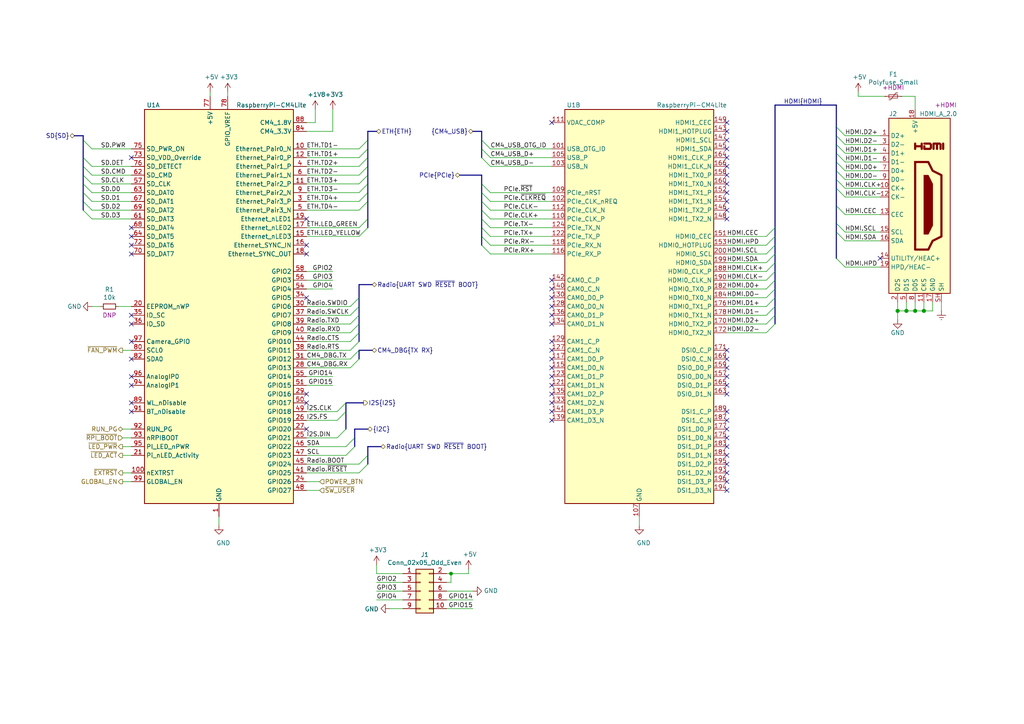
<source format=kicad_sch>
(kicad_sch (version 20210123) (generator eeschema)
  (paper "A4")
  (title_block (title "Compute Module 4") (date "2021-01-12") (rev "0.1") (company "Nabu Casa") (comment 1 "www.nabucasa.com") (comment 2 "Light Blue"))
  (bus_alias "PCIe" (members "~RST" "~CLKREQ" "CLK+" "CLK-" "TX+" "TX-" "RX+" "RX-"))
  (bus_alias "SD" (members "D[0..3]" "CMD" "CLK" "PWR" "DET"))
  (bus_alias "UART" (members "TXD" "RXD" "CTS" "RTS"))
  (bus_alias "HDMI" (members "D0+" "D0-" "D1+" "D1-" "D2+" "D2-" "CLK+" "CLK-" "CEC" "HPD" "SDA" "SCL"))
  (junction (at 130.81 166.37) (diameter 0.9144))
  (junction (at 260.35 90.17) (diameter 1.016))
  (junction (at 262.89 90.17) (diameter 1.016))
  (junction (at 265.43 90.17) (diameter 1.016))
  (junction (at 267.97 90.17) (diameter 1.016))
  (no_connect (at 38.1 45.72))
  (no_connect (at 38.1 66.04))
  (no_connect (at 38.1 68.58))
  (no_connect (at 38.1 71.12))
  (no_connect (at 38.1 73.66))
  (no_connect (at 38.1 91.44))
  (no_connect (at 38.1 93.98))
  (no_connect (at 38.1 99.06))
  (no_connect (at 38.1 104.14))
  (no_connect (at 38.1 109.22))
  (no_connect (at 38.1 111.76))
  (no_connect (at 38.1 116.84))
  (no_connect (at 38.1 119.38))
  (no_connect (at 88.9 63.5))
  (no_connect (at 88.9 71.12))
  (no_connect (at 88.9 73.66))
  (no_connect (at 88.9 86.36))
  (no_connect (at 88.9 114.3))
  (no_connect (at 88.9 116.84))
  (no_connect (at 88.9 124.46))
  (no_connect (at 160.02 35.56))
  (no_connect (at 160.02 81.28))
  (no_connect (at 160.02 83.82))
  (no_connect (at 160.02 86.36))
  (no_connect (at 160.02 88.9))
  (no_connect (at 160.02 91.44))
  (no_connect (at 160.02 93.98))
  (no_connect (at 160.02 99.06))
  (no_connect (at 160.02 101.6))
  (no_connect (at 160.02 104.14))
  (no_connect (at 160.02 106.68))
  (no_connect (at 160.02 109.22))
  (no_connect (at 160.02 111.76))
  (no_connect (at 160.02 114.3))
  (no_connect (at 160.02 116.84))
  (no_connect (at 160.02 119.38))
  (no_connect (at 160.02 121.92))
  (no_connect (at 210.82 35.56))
  (no_connect (at 210.82 38.1))
  (no_connect (at 210.82 40.64))
  (no_connect (at 210.82 43.18))
  (no_connect (at 210.82 45.72))
  (no_connect (at 210.82 48.26))
  (no_connect (at 210.82 50.8))
  (no_connect (at 210.82 53.34))
  (no_connect (at 210.82 55.88))
  (no_connect (at 210.82 58.42))
  (no_connect (at 210.82 60.96))
  (no_connect (at 210.82 63.5))
  (no_connect (at 210.82 101.6))
  (no_connect (at 210.82 104.14))
  (no_connect (at 210.82 106.68))
  (no_connect (at 210.82 109.22))
  (no_connect (at 210.82 111.76))
  (no_connect (at 210.82 114.3))
  (no_connect (at 210.82 119.38))
  (no_connect (at 210.82 121.92))
  (no_connect (at 210.82 124.46))
  (no_connect (at 210.82 127))
  (no_connect (at 210.82 129.54))
  (no_connect (at 210.82 132.08))
  (no_connect (at 210.82 134.62))
  (no_connect (at 210.82 137.16))
  (no_connect (at 210.82 139.7))
  (no_connect (at 210.82 142.24))
  (no_connect (at 255.27 74.93))
  (bus_entry (at 24.13 40.64) (size 2.54 2.54) (stroke (width 0.1524)))
  (bus_entry (at 24.13 45.72) (size 2.54 2.54) (stroke (width 0.1524)))
  (bus_entry (at 24.13 48.26) (size 2.54 2.54) (stroke (width 0.1524)))
  (bus_entry (at 24.13 50.8) (size 2.54 2.54) (stroke (width 0.1524)))
  (bus_entry (at 24.13 53.34) (size 2.54 2.54) (stroke (width 0.1524)))
  (bus_entry (at 24.13 55.88) (size 2.54 2.54) (stroke (width 0.1524)))
  (bus_entry (at 24.13 58.42) (size 2.54 2.54) (stroke (width 0.1524)))
  (bus_entry (at 24.13 60.96) (size 2.54 2.54) (stroke (width 0.1524)))
  (bus_entry (at 100.33 116.84) (size -2.54 2.54) (stroke (width 0.1524)))
  (bus_entry (at 100.33 119.38) (size -2.54 2.54) (stroke (width 0.1524)))
  (bus_entry (at 100.33 124.46) (size -2.54 2.54) (stroke (width 0.1524)))
  (bus_entry (at 102.87 127) (size -2.54 2.54) (stroke (width 0.1524)))
  (bus_entry (at 102.87 129.54) (size -2.54 2.54) (stroke (width 0.1524)))
  (bus_entry (at 104.14 43.18) (size 2.54 -2.54) (stroke (width 0.1524)))
  (bus_entry (at 104.14 45.72) (size 2.54 -2.54) (stroke (width 0.1524)))
  (bus_entry (at 104.14 48.26) (size 2.54 -2.54) (stroke (width 0.1524)))
  (bus_entry (at 104.14 50.8) (size 2.54 -2.54) (stroke (width 0.1524)))
  (bus_entry (at 104.14 53.34) (size 2.54 -2.54) (stroke (width 0.1524)))
  (bus_entry (at 104.14 55.88) (size 2.54 -2.54) (stroke (width 0.1524)))
  (bus_entry (at 104.14 58.42) (size 2.54 -2.54) (stroke (width 0.1524)))
  (bus_entry (at 104.14 60.96) (size 2.54 -2.54) (stroke (width 0.1524)))
  (bus_entry (at 104.14 66.04) (size 2.54 -2.54) (stroke (width 0.1524)))
  (bus_entry (at 104.14 68.58) (size 2.54 -2.54) (stroke (width 0.1524)))
  (bus_entry (at 104.14 86.36) (size -2.54 2.54) (stroke (width 0.1524)))
  (bus_entry (at 104.14 88.9) (size -2.54 2.54) (stroke (width 0.1524)))
  (bus_entry (at 104.14 91.44) (size -2.54 2.54) (stroke (width 0.1524)))
  (bus_entry (at 104.14 93.98) (size -2.54 2.54) (stroke (width 0.1524)))
  (bus_entry (at 104.14 96.52) (size -2.54 2.54) (stroke (width 0.1524)))
  (bus_entry (at 104.14 99.06) (size -2.54 2.54) (stroke (width 0.1524)))
  (bus_entry (at 104.14 101.6) (size -2.54 2.54) (stroke (width 0.1524)))
  (bus_entry (at 104.14 104.14) (size -2.54 2.54) (stroke (width 0.1524)))
  (bus_entry (at 106.68 132.08) (size -2.54 2.54) (stroke (width 0.1524)))
  (bus_entry (at 106.68 134.62) (size -2.54 2.54) (stroke (width 0.1524)))
  (bus_entry (at 139.7 40.64) (size 2.54 2.54) (stroke (width 0.1524)))
  (bus_entry (at 139.7 43.18) (size 2.54 2.54) (stroke (width 0.1524)))
  (bus_entry (at 139.7 45.72) (size 2.54 2.54) (stroke (width 0.1524)))
  (bus_entry (at 139.7 53.34) (size 2.54 2.54) (stroke (width 0.1524)))
  (bus_entry (at 139.7 55.88) (size 2.54 2.54) (stroke (width 0.1524)))
  (bus_entry (at 139.7 58.42) (size 2.54 2.54) (stroke (width 0.1524)))
  (bus_entry (at 139.7 60.96) (size 2.54 2.54) (stroke (width 0.1524)))
  (bus_entry (at 139.7 63.5) (size 2.54 2.54) (stroke (width 0.1524)))
  (bus_entry (at 139.7 66.04) (size 2.54 2.54) (stroke (width 0.1524)))
  (bus_entry (at 139.7 68.58) (size 2.54 2.54) (stroke (width 0.1524)))
  (bus_entry (at 139.7 71.12) (size 2.54 2.54) (stroke (width 0.1524)))
  (bus_entry (at 224.79 66.04) (size -2.54 2.54) (stroke (width 0.1524)))
  (bus_entry (at 224.79 68.58) (size -2.54 2.54) (stroke (width 0.1524)))
  (bus_entry (at 224.79 71.12) (size -2.54 2.54) (stroke (width 0.1524)))
  (bus_entry (at 224.79 73.66) (size -2.54 2.54) (stroke (width 0.1524)))
  (bus_entry (at 224.79 76.2) (size -2.54 2.54) (stroke (width 0.1524)))
  (bus_entry (at 224.79 78.74) (size -2.54 2.54) (stroke (width 0.1524)))
  (bus_entry (at 224.79 81.28) (size -2.54 2.54) (stroke (width 0.1524)))
  (bus_entry (at 224.79 83.82) (size -2.54 2.54) (stroke (width 0.1524)))
  (bus_entry (at 224.79 86.36) (size -2.54 2.54) (stroke (width 0.1524)))
  (bus_entry (at 224.79 88.9) (size -2.54 2.54) (stroke (width 0.1524)))
  (bus_entry (at 224.79 91.44) (size -2.54 2.54) (stroke (width 0.1524)))
  (bus_entry (at 224.79 93.98) (size -2.54 2.54) (stroke (width 0.1524)))
  (bus_entry (at 242.57 36.83) (size 2.54 2.54) (stroke (width 0.1524)))
  (bus_entry (at 242.57 39.37) (size 2.54 2.54) (stroke (width 0.1524)))
  (bus_entry (at 242.57 41.91) (size 2.54 2.54) (stroke (width 0.1524)))
  (bus_entry (at 242.57 44.45) (size 2.54 2.54) (stroke (width 0.1524)))
  (bus_entry (at 242.57 46.99) (size 2.54 2.54) (stroke (width 0.1524)))
  (bus_entry (at 242.57 49.53) (size 2.54 2.54) (stroke (width 0.1524)))
  (bus_entry (at 242.57 52.07) (size 2.54 2.54) (stroke (width 0.1524)))
  (bus_entry (at 242.57 54.61) (size 2.54 2.54) (stroke (width 0.1524)))
  (bus_entry (at 242.57 59.69) (size 2.54 2.54) (stroke (width 0.1524)))
  (bus_entry (at 242.57 64.77) (size 2.54 2.54) (stroke (width 0.1524)))
  (bus_entry (at 242.57 67.31) (size 2.54 2.54) (stroke (width 0.1524)))
  (bus_entry (at 242.57 74.93) (size 2.54 2.54) (stroke (width 0.1524)))
  (wire (pts (xy 26.67 43.18) (xy 38.1 43.18)))
  (wire (pts (xy 26.67 48.26) (xy 38.1 48.26)))
  (wire (pts (xy 26.67 50.8) (xy 38.1 50.8)))
  (wire (pts (xy 26.67 53.34) (xy 38.1 53.34)))
  (wire (pts (xy 26.67 55.88) (xy 38.1 55.88)))
  (wire (pts (xy 26.67 58.42) (xy 38.1 58.42)))
  (wire (pts (xy 26.67 60.96) (xy 38.1 60.96)))
  (wire (pts (xy 26.67 63.5) (xy 38.1 63.5)))
  (wire (pts (xy 26.67 88.9) (xy 29.21 88.9)))
  (wire (pts (xy 34.29 88.9) (xy 38.1 88.9)))
  (wire (pts (xy 35.56 101.6) (xy 38.1 101.6)))
  (wire (pts (xy 35.56 124.46) (xy 38.1 124.46)))
  (wire (pts (xy 35.56 127) (xy 38.1 127)))
  (wire (pts (xy 35.56 129.54) (xy 38.1 129.54)))
  (wire (pts (xy 35.56 132.08) (xy 38.1 132.08)))
  (wire (pts (xy 35.56 137.16) (xy 38.1 137.16)))
  (wire (pts (xy 35.56 139.7) (xy 38.1 139.7)))
  (wire (pts (xy 60.96 26.67) (xy 60.96 27.94)))
  (wire (pts (xy 63.5 149.86) (xy 63.5 152.4)))
  (wire (pts (xy 66.04 26.67) (xy 66.04 27.94)))
  (wire (pts (xy 88.9 35.56) (xy 91.44 35.56)))
  (wire (pts (xy 88.9 38.1) (xy 96.52 38.1)))
  (wire (pts (xy 88.9 43.18) (xy 104.14 43.18)))
  (wire (pts (xy 88.9 45.72) (xy 104.14 45.72)))
  (wire (pts (xy 88.9 48.26) (xy 104.14 48.26)))
  (wire (pts (xy 88.9 50.8) (xy 104.14 50.8)))
  (wire (pts (xy 88.9 53.34) (xy 104.14 53.34)))
  (wire (pts (xy 88.9 55.88) (xy 104.14 55.88)))
  (wire (pts (xy 88.9 58.42) (xy 104.14 58.42)))
  (wire (pts (xy 88.9 60.96) (xy 104.14 60.96)))
  (wire (pts (xy 88.9 66.04) (xy 104.14 66.04)))
  (wire (pts (xy 88.9 68.58) (xy 104.14 68.58)))
  (wire (pts (xy 88.9 88.9) (xy 101.6 88.9)))
  (wire (pts (xy 88.9 91.44) (xy 101.6 91.44)))
  (wire (pts (xy 88.9 93.98) (xy 101.6 93.98)))
  (wire (pts (xy 88.9 96.52) (xy 101.6 96.52)))
  (wire (pts (xy 88.9 99.06) (xy 101.6 99.06)))
  (wire (pts (xy 88.9 101.6) (xy 101.6 101.6)))
  (wire (pts (xy 88.9 104.14) (xy 101.6 104.14)))
  (wire (pts (xy 88.9 106.68) (xy 101.6 106.68)))
  (wire (pts (xy 88.9 109.22) (xy 96.52 109.22)))
  (wire (pts (xy 88.9 111.76) (xy 96.52 111.76)))
  (wire (pts (xy 88.9 119.38) (xy 97.79 119.38)))
  (wire (pts (xy 88.9 121.92) (xy 97.79 121.92)))
  (wire (pts (xy 88.9 127) (xy 97.79 127)))
  (wire (pts (xy 88.9 129.54) (xy 100.33 129.54)))
  (wire (pts (xy 88.9 132.08) (xy 100.33 132.08)))
  (wire (pts (xy 88.9 134.62) (xy 104.14 134.62)))
  (wire (pts (xy 88.9 137.16) (xy 104.14 137.16)))
  (wire (pts (xy 88.9 139.7) (xy 92.71 139.7)))
  (wire (pts (xy 88.9 142.24) (xy 92.71 142.24)))
  (wire (pts (xy 91.44 35.56) (xy 91.44 31.75)))
  (wire (pts (xy 96.52 38.1) (xy 96.52 31.75)))
  (wire (pts (xy 96.52 78.74) (xy 88.9 78.74)))
  (wire (pts (xy 96.52 81.28) (xy 88.9 81.28)))
  (wire (pts (xy 96.52 83.82) (xy 88.9 83.82)))
  (wire (pts (xy 109.22 166.37) (xy 109.22 163.83)))
  (wire (pts (xy 109.22 168.91) (xy 116.84 168.91)))
  (wire (pts (xy 109.22 171.45) (xy 116.84 171.45)))
  (wire (pts (xy 109.22 173.99) (xy 116.84 173.99)))
  (wire (pts (xy 113.03 176.53) (xy 116.84 176.53)))
  (wire (pts (xy 116.84 166.37) (xy 109.22 166.37)))
  (wire (pts (xy 129.54 166.37) (xy 130.81 166.37)))
  (wire (pts (xy 129.54 168.91) (xy 130.81 168.91)))
  (wire (pts (xy 129.54 171.45) (xy 137.16 171.45)))
  (wire (pts (xy 129.54 173.99) (xy 137.16 173.99)))
  (wire (pts (xy 129.54 176.53) (xy 137.16 176.53)))
  (wire (pts (xy 130.81 166.37) (xy 135.89 166.37)))
  (wire (pts (xy 130.81 168.91) (xy 130.81 166.37)))
  (wire (pts (xy 135.89 166.37) (xy 135.89 165.1)))
  (wire (pts (xy 142.24 43.18) (xy 160.02 43.18)))
  (wire (pts (xy 142.24 45.72) (xy 160.02 45.72)))
  (wire (pts (xy 142.24 48.26) (xy 160.02 48.26)))
  (wire (pts (xy 142.24 55.88) (xy 160.02 55.88)))
  (wire (pts (xy 142.24 58.42) (xy 160.02 58.42)))
  (wire (pts (xy 142.24 60.96) (xy 160.02 60.96)))
  (wire (pts (xy 142.24 63.5) (xy 160.02 63.5)))
  (wire (pts (xy 142.24 66.04) (xy 160.02 66.04)))
  (wire (pts (xy 142.24 68.58) (xy 160.02 68.58)))
  (wire (pts (xy 142.24 71.12) (xy 160.02 71.12)))
  (wire (pts (xy 142.24 73.66) (xy 160.02 73.66)))
  (wire (pts (xy 185.42 149.86) (xy 185.42 152.4)))
  (wire (pts (xy 210.82 68.58) (xy 222.25 68.58)))
  (wire (pts (xy 210.82 71.12) (xy 222.25 71.12)))
  (wire (pts (xy 210.82 73.66) (xy 222.25 73.66)))
  (wire (pts (xy 210.82 76.2) (xy 222.25 76.2)))
  (wire (pts (xy 210.82 78.74) (xy 222.25 78.74)))
  (wire (pts (xy 210.82 81.28) (xy 222.25 81.28)))
  (wire (pts (xy 210.82 83.82) (xy 222.25 83.82)))
  (wire (pts (xy 210.82 86.36) (xy 222.25 86.36)))
  (wire (pts (xy 210.82 88.9) (xy 222.25 88.9)))
  (wire (pts (xy 210.82 91.44) (xy 222.25 91.44)))
  (wire (pts (xy 210.82 93.98) (xy 222.25 93.98)))
  (wire (pts (xy 210.82 96.52) (xy 222.25 96.52)))
  (wire (pts (xy 245.11 39.37) (xy 255.27 39.37)))
  (wire (pts (xy 245.11 41.91) (xy 255.27 41.91)))
  (wire (pts (xy 245.11 44.45) (xy 255.27 44.45)))
  (wire (pts (xy 245.11 46.99) (xy 255.27 46.99)))
  (wire (pts (xy 245.11 49.53) (xy 255.27 49.53)))
  (wire (pts (xy 245.11 52.07) (xy 255.27 52.07)))
  (wire (pts (xy 245.11 54.61) (xy 255.27 54.61)))
  (wire (pts (xy 245.11 57.15) (xy 255.27 57.15)))
  (wire (pts (xy 245.11 62.23) (xy 255.27 62.23)))
  (wire (pts (xy 245.11 67.31) (xy 255.27 67.31)))
  (wire (pts (xy 245.11 69.85) (xy 255.27 69.85)))
  (wire (pts (xy 245.11 77.47) (xy 255.27 77.47)))
  (wire (pts (xy 248.92 27.94) (xy 248.92 26.67)))
  (wire (pts (xy 256.54 27.94) (xy 248.92 27.94)))
  (wire (pts (xy 260.35 87.63) (xy 260.35 90.17)))
  (wire (pts (xy 260.35 90.17) (xy 260.35 92.71)))
  (wire (pts (xy 260.35 90.17) (xy 262.89 90.17)))
  (wire (pts (xy 262.89 90.17) (xy 262.89 87.63)))
  (wire (pts (xy 262.89 90.17) (xy 265.43 90.17)))
  (wire (pts (xy 265.43 27.94) (xy 261.62 27.94)))
  (wire (pts (xy 265.43 31.75) (xy 265.43 27.94)))
  (wire (pts (xy 265.43 90.17) (xy 265.43 87.63)))
  (wire (pts (xy 265.43 90.17) (xy 267.97 90.17)))
  (wire (pts (xy 267.97 90.17) (xy 267.97 87.63)))
  (wire (pts (xy 267.97 90.17) (xy 270.51 90.17)))
  (wire (pts (xy 270.51 90.17) (xy 270.51 87.63)))
  (wire (pts (xy 273.05 90.17) (xy 273.05 87.63)))
  (bus (pts (xy 21.59 39.37) (xy 24.13 39.37)))
  (bus (pts (xy 24.13 40.64) (xy 24.13 39.37)))
  (bus (pts (xy 24.13 45.72) (xy 24.13 40.64)))
  (bus (pts (xy 24.13 48.26) (xy 24.13 45.72)))
  (bus (pts (xy 24.13 50.8) (xy 24.13 48.26)))
  (bus (pts (xy 24.13 53.34) (xy 24.13 50.8)))
  (bus (pts (xy 24.13 55.88) (xy 24.13 53.34)))
  (bus (pts (xy 24.13 58.42) (xy 24.13 55.88)))
  (bus (pts (xy 24.13 60.96) (xy 24.13 58.42)))
  (bus (pts (xy 100.33 116.84) (xy 100.33 119.38)))
  (bus (pts (xy 100.33 119.38) (xy 100.33 124.46)))
  (bus (pts (xy 102.87 124.46) (xy 102.87 127)))
  (bus (pts (xy 102.87 127) (xy 102.87 129.54)))
  (bus (pts (xy 104.14 82.55) (xy 104.14 86.36)))
  (bus (pts (xy 104.14 86.36) (xy 104.14 88.9)))
  (bus (pts (xy 104.14 88.9) (xy 104.14 91.44)))
  (bus (pts (xy 104.14 91.44) (xy 104.14 93.98)))
  (bus (pts (xy 104.14 93.98) (xy 104.14 96.52)))
  (bus (pts (xy 104.14 96.52) (xy 104.14 99.06)))
  (bus (pts (xy 104.14 101.6) (xy 107.95 101.6)))
  (bus (pts (xy 104.14 104.14) (xy 104.14 101.6)))
  (bus (pts (xy 105.41 116.84) (xy 100.33 116.84)))
  (bus (pts (xy 106.68 38.1) (xy 109.22 38.1)))
  (bus (pts (xy 106.68 40.64) (xy 106.68 38.1)))
  (bus (pts (xy 106.68 43.18) (xy 106.68 40.64)))
  (bus (pts (xy 106.68 45.72) (xy 106.68 43.18)))
  (bus (pts (xy 106.68 48.26) (xy 106.68 45.72)))
  (bus (pts (xy 106.68 50.8) (xy 106.68 48.26)))
  (bus (pts (xy 106.68 53.34) (xy 106.68 50.8)))
  (bus (pts (xy 106.68 55.88) (xy 106.68 53.34)))
  (bus (pts (xy 106.68 58.42) (xy 106.68 55.88)))
  (bus (pts (xy 106.68 63.5) (xy 106.68 58.42)))
  (bus (pts (xy 106.68 66.04) (xy 106.68 63.5)))
  (bus (pts (xy 106.68 124.46) (xy 102.87 124.46)))
  (bus (pts (xy 106.68 129.54) (xy 106.68 132.08)))
  (bus (pts (xy 106.68 132.08) (xy 106.68 134.62)))
  (bus (pts (xy 107.95 82.55) (xy 104.14 82.55)))
  (bus (pts (xy 110.49 129.54) (xy 106.68 129.54)))
  (bus (pts (xy 133.35 50.8) (xy 139.7 50.8)))
  (bus (pts (xy 137.16 38.1) (xy 139.7 38.1)))
  (bus (pts (xy 139.7 40.64) (xy 139.7 38.1)))
  (bus (pts (xy 139.7 40.64) (xy 139.7 43.18)))
  (bus (pts (xy 139.7 43.18) (xy 139.7 45.72)))
  (bus (pts (xy 139.7 53.34) (xy 139.7 50.8)))
  (bus (pts (xy 139.7 53.34) (xy 139.7 55.88)))
  (bus (pts (xy 139.7 55.88) (xy 139.7 58.42)))
  (bus (pts (xy 139.7 58.42) (xy 139.7 60.96)))
  (bus (pts (xy 139.7 60.96) (xy 139.7 63.5)))
  (bus (pts (xy 139.7 63.5) (xy 139.7 66.04)))
  (bus (pts (xy 139.7 66.04) (xy 139.7 68.58)))
  (bus (pts (xy 139.7 68.58) (xy 139.7 71.12)))
  (bus (pts (xy 224.79 30.48) (xy 224.79 66.04)))
  (bus (pts (xy 224.79 66.04) (xy 224.79 68.58)))
  (bus (pts (xy 224.79 68.58) (xy 224.79 71.12)))
  (bus (pts (xy 224.79 71.12) (xy 224.79 73.66)))
  (bus (pts (xy 224.79 73.66) (xy 224.79 76.2)))
  (bus (pts (xy 224.79 76.2) (xy 224.79 78.74)))
  (bus (pts (xy 224.79 78.74) (xy 224.79 81.28)))
  (bus (pts (xy 224.79 81.28) (xy 224.79 83.82)))
  (bus (pts (xy 224.79 83.82) (xy 224.79 86.36)))
  (bus (pts (xy 224.79 86.36) (xy 224.79 88.9)))
  (bus (pts (xy 224.79 88.9) (xy 224.79 91.44)))
  (bus (pts (xy 224.79 91.44) (xy 224.79 93.98)))
  (bus (pts (xy 242.57 30.48) (xy 224.79 30.48)))
  (bus (pts (xy 242.57 36.83) (xy 242.57 30.48)))
  (bus (pts (xy 242.57 39.37) (xy 242.57 36.83)))
  (bus (pts (xy 242.57 41.91) (xy 242.57 39.37)))
  (bus (pts (xy 242.57 44.45) (xy 242.57 41.91)))
  (bus (pts (xy 242.57 46.99) (xy 242.57 44.45)))
  (bus (pts (xy 242.57 49.53) (xy 242.57 46.99)))
  (bus (pts (xy 242.57 52.07) (xy 242.57 49.53)))
  (bus (pts (xy 242.57 54.61) (xy 242.57 52.07)))
  (bus (pts (xy 242.57 59.69) (xy 242.57 54.61)))
  (bus (pts (xy 242.57 64.77) (xy 242.57 59.69)))
  (bus (pts (xy 242.57 67.31) (xy 242.57 64.77)))
  (bus (pts (xy 242.57 74.93) (xy 242.57 67.31)))
  (label "SD.PWR" (at 29.21 43.18 0))
  (label "SD.DET" (at 29.21 48.26 0))
  (label "SD.CMD" (at 29.21 50.8 0))
  (label "SD.CLK" (at 29.21 53.34 0))
  (label "SD.D0" (at 29.21 55.88 0))
  (label "SD.D1" (at 29.21 58.42 0))
  (label "SD.D2" (at 29.21 60.96 0))
  (label "SD.D3" (at 29.21 63.5 0))
  (label "ETH.TD1-" (at 88.9 43.18 0))
  (label "ETH.TD1+" (at 88.9 45.72 0))
  (label "ETH.TD2+" (at 88.9 48.26 0))
  (label "ETH.TD2-" (at 88.9 50.8 0))
  (label "ETH.TD3+" (at 88.9 53.34 0))
  (label "ETH.TD3-" (at 88.9 55.88 0))
  (label "ETH.TD4+" (at 88.9 58.42 0))
  (label "ETH.TD4-" (at 88.9 60.96 0))
  (label "ETH.LED_GREEN" (at 88.9 66.04 0))
  (label "ETH.LED_YELLOW" (at 88.9 68.58 0))
  (label "Radio.SWDIO" (at 88.9 88.9 0))
  (label "Radio.SWCLK" (at 88.9 91.44 0))
  (label "Radio.TXD" (at 88.9 93.98 0))
  (label "Radio.RXD" (at 88.9 96.52 0))
  (label "Radio.CTS" (at 88.9 99.06 0))
  (label "Radio.RTS" (at 88.9 101.6 0))
  (label "CM4_DBG.TX" (at 88.9 104.14 0))
  (label "CM4_DBG.RX" (at 88.9 106.68 0))
  (label "I2S.CLK" (at 88.9 119.38 0))
  (label "I2S.FS" (at 88.9 121.92 0))
  (label "I2S.DIN" (at 88.9 127 0))
  (label "Radio.BOOT" (at 88.9 134.62 0))
  (label "Radio.~RESET" (at 88.9 137.16 0))
  (label "SDA" (at 92.71 129.54 180))
  (label "SCL" (at 92.71 132.08 180))
  (label "GPIO2" (at 96.52 78.74 180))
  (label "GPIO3" (at 96.52 81.28 180))
  (label "GPIO4" (at 96.52 83.82 180))
  (label "GPIO14" (at 96.52 109.22 180))
  (label "GPIO15" (at 96.52 111.76 180))
  (label "GPIO2" (at 109.22 168.91 0))
  (label "GPIO3" (at 109.22 171.45 0))
  (label "GPIO4" (at 109.22 173.99 0))
  (label "GPIO14" (at 137.16 173.99 180))
  (label "GPIO15" (at 137.16 176.53 180))
  (label "CM4_USB_OTG_ID" (at 142.24 43.18 0))
  (label "CM4_USB_D+" (at 142.24 45.72 0))
  (label "CM4_USB_D-" (at 142.24 48.26 0))
  (label "PCIe.~RST" (at 146.05 55.88 0))
  (label "PCIe.~CLKREQ" (at 146.05 58.42 0))
  (label "PCIe.CLK-" (at 146.05 60.96 0))
  (label "PCIe.CLK+" (at 146.05 63.5 0))
  (label "PCIe.TX-" (at 146.05 66.04 0))
  (label "PCIe.TX+" (at 146.05 68.58 0))
  (label "PCIe.RX-" (at 146.05 71.12 0))
  (label "PCIe.RX+" (at 146.05 73.66 0))
  (label "HDMI.CEC" (at 210.82 68.58 0))
  (label "HDMI.HPD" (at 210.82 71.12 0))
  (label "HDMI.SCL" (at 210.82 73.66 0))
  (label "HDMI.SDA" (at 210.82 76.2 0))
  (label "HDMI.CLK+" (at 210.82 78.74 0))
  (label "HDMI.CLK-" (at 210.82 81.28 0))
  (label "HDMI.D0+" (at 210.82 83.82 0))
  (label "HDMI.D0-" (at 210.82 86.36 0))
  (label "HDMI.D1+" (at 210.82 88.9 0))
  (label "HDMI.D1-" (at 210.82 91.44 0))
  (label "HDMI.D2+" (at 210.82 93.98 0))
  (label "HDMI.D2-" (at 210.82 96.52 0))
  (label "HDMI{HDMI}" (at 227.33 30.48 0))
  (label "HDMI.D2+" (at 245.11 39.37 0))
  (label "HDMI.D2-" (at 245.11 41.91 0))
  (label "HDMI.D1+" (at 245.11 44.45 0))
  (label "HDMI.D1-" (at 245.11 46.99 0))
  (label "HDMI.D0+" (at 245.11 49.53 0))
  (label "HDMI.D0-" (at 245.11 52.07 0))
  (label "HDMI.CLK+" (at 245.11 54.61 0))
  (label "HDMI.CLK-" (at 245.11 57.15 0))
  (label "HDMI.CEC" (at 245.11 62.23 0))
  (label "HDMI.SCL" (at 245.11 67.31 0))
  (label "HDMI.SDA" (at 245.11 69.85 0))
  (label "HDMI.HPD" (at 245.11 77.47 0))
  (hierarchical_label "SD{SD}" (shape bidirectional) (at 21.59 39.37 180))
  (hierarchical_label "~FAN_PWM" (shape output) (at 35.56 101.6 180))
  (hierarchical_label "RUN_PG" (shape bidirectional) (at 35.56 124.46 180))
  (hierarchical_label "~RPI_BOOT" (shape input) (at 35.56 127 180))
  (hierarchical_label "~LED_PWR" (shape output) (at 35.56 129.54 180))
  (hierarchical_label "~LED_ACT" (shape output) (at 35.56 132.08 180))
  (hierarchical_label "~EXTRST" (shape output) (at 35.56 137.16 180))
  (hierarchical_label "GLOBAL_EN" (shape output) (at 35.56 139.7 180))
  (hierarchical_label "POWER_BTN" (shape input) (at 92.71 139.7 0))
  (hierarchical_label "~SW_USER" (shape input) (at 92.71 142.24 0))
  (hierarchical_label "I2S{I2S}" (shape output) (at 105.41 116.84 0))
  (hierarchical_label "{I2C}" (shape bidirectional) (at 106.68 124.46 0))
  (hierarchical_label "Radio{UART SWD ~RESET BOOT}" (shape bidirectional) (at 107.95 82.55 0))
  (hierarchical_label "CM4_DBG{TX RX}" (shape bidirectional) (at 107.95 101.6 0))
  (hierarchical_label "ETH{ETH}" (shape bidirectional) (at 109.22 38.1 0))
  (hierarchical_label "Radio{UART SWD ~RESET BOOT}" (shape bidirectional) (at 110.49 129.54 0))
  (hierarchical_label "PCIe{PCIe}" (shape bidirectional) (at 133.35 50.8 180))
  (hierarchical_label "{CM4_USB}" (shape bidirectional) (at 137.16 38.1 180))
  (symbol (lib_id "power:+5V") (at 60.96 26.67 0) (unit 1)
    (property "Reference" "#PWR0105" (effects hide))
    (property "Value" "+5V" (at 61.3283 22.3456 0))
  )
  (symbol (lib_id "power:+3V3") (at 66.04 26.67 0) (unit 1)
    (property "Reference" "#PWR0106" (effects hide))
    (property "Value" "+3V3" (at 66.4083 22.3456 0))
  )
  (symbol (lib_id "power:+1V8") (at 91.44 31.75 0) (unit 1)
    (property "Reference" "#PWR0107" (effects hide))
    (property "Value" "+1V8" (at 91.8083 27.4256 0))
  )
  (symbol (lib_id "power:+3V3") (at 96.52 31.75 0) (unit 1)
    (property "Reference" "#PWR0108" (effects hide))
    (property "Value" "+3V3" (at 96.8883 27.4256 0))
  )
  (symbol (lib_id "power:+3V3") (at 109.22 163.83 0) (unit 1)
    (property "Reference" "#PWR0111" (effects hide))
    (property "Value" "+3V3" (at 109.5883 159.5056 0))
  )
  (symbol (lib_id "power:+5V") (at 135.89 165.1 0) (unit 1)
    (property "Reference" "#PWR0112" (effects hide))
    (property "Value" "+5V" (at 136.2583 160.7756 0))
  )
  (symbol (lib_id "power:+5V") (at 248.92 26.67 0) (unit 1)
    (property "Reference" "#PWR0103" (effects hide))
    (property "Value" "+5V" (at 249.2883 22.3456 0))
  )
  (symbol (lib_id "power:GND") (at 26.67 88.9 270) (unit 1)
    (property "Reference" "#PWR0104" (effects hide))
    (property "Value" "GND" (at 21.59 88.9 90))
  )
  (symbol (lib_id "power:GND") (at 63.5 152.4 0) (unit 1)
    (property "Reference" "#PWR0109" (effects hide))
    (property "Value" "GND" (at 64.77 157.48 0))
  )
  (symbol (lib_id "power:GND") (at 113.03 176.53 270) (unit 1)
    (property "Reference" "#PWR0110" (effects hide))
    (property "Value" "GND" (at 109.855 176.6443 90) (effects (justify right)))
  )
  (symbol (lib_id "power:GND") (at 137.16 171.45 90) (unit 1)
    (property "Reference" "#PWR0113" (effects hide))
    (property "Value" "GND" (at 140.3351 171.3357 90) (effects (justify right)))
  )
  (symbol (lib_id "power:GND") (at 185.42 152.4 0) (unit 1)
    (property "Reference" "#PWR0114" (effects hide))
    (property "Value" "GND" (at 186.69 157.48 0))
  )
  (symbol (lib_id "power:GND") (at 260.35 92.71 0) (unit 1)
    (property "Reference" "#PWR0101" (effects hide))
    (property "Value" "GND" (at 260.35 96.52 0))
  )
  (symbol (lib_id "power:Earth") (at 273.05 90.17 0) (unit 1)
    (property "Reference" "#PWR0102" (effects hide))
    (property "Value" "Earth" (effects hide))
  )
  (symbol (lib_id "Device:R_Small") (at 31.75 88.9 90) (unit 1)
    (property "Reference" "R1" (at 31.75 83.9532 90))
    (property "Value" "10k" (at 31.75 86.252 90))
    (property "Footprint" "Resistor_SMD:R_0402_1005Metric" (effects hide))
    (property "Config" "DNP" (at 31.75 91.44 90))
  )
  (symbol (lib_id "Device:Polyfuse_Small") (at 259.08 27.94 90) (unit 1)
    (property "Reference" "F1" (at 259.08 21.5708 90))
    (property "Value" "Polyfuse_Small" (at 259.08 23.8695 90))
    (property "Footprint" "Fuse:Fuse_1206_3216Metric" (effects hide))
    (property "Config" "+HDMI" (at 259.08 25.4 90))
    (property "Manufacturer" "Bel Fuse" (effects hide))
    (property "PartNumber" "0ZCJ0010FF2E" (effects hide))
  )
  (symbol (lib_id "Connector_Generic:Conn_02x05_Odd_Even") (at 121.92 171.45 0) (unit 1)
    (property "Reference" "J1" (at 123.19 160.8898 0))
    (property "Value" "Conn_02x05_Odd_Even" (at 123.19 163.1885 0))
    (property "Footprint" "Connector_PinHeader_2.54mm:PinHeader_2x05_P2.54mm_Vertical" (effects hide))
    (property "Manufacturer" "Adam Tech" (effects hide))
    (property "PartNumber" "PH2-10-UA" (effects hide))
  )
  (symbol (lib_id "Connector:HDMI_A_1.4") (at 265.43 59.69 0) (unit 1)
    (property "Reference" "J2" (at 257.81 33.02 0) (effects (justify left)))
    (property "Value" "HDMI_A_2.0" (at 266.7 33.02 0) (effects (justify left)))
    (property "Footprint" "LightBlue:HDMI_A_Molex_2086588131_Horizontal" (effects hide))
    (property "Datasheet" "https://en.wikipedia.org/wiki/HDMI" (effects hide))
    (property "Config" "+HDMI" (at 274.32 30.48 0))
    (property "Manufacturer" "Molex" (effects hide))
    (property "PartNumber" "208658-8131" (effects hide))
  )
  (symbol (lib_name "LightBlue:RaspberryPi-CM4Lite_1") (lib_id "LightBlue:RaspberryPi-CM4Lite") (at 185.42 88.9 0) (unit 2)
    (property "Reference" "U1" (at 166.37 30.48 0))
    (property "Value" "RaspberryPi-CM4Lite" (at 200.66 30.48 0))
    (property "Footprint" "LightBlue:RaspberryPi-CM4" (effects hide))
    (property "Manufacturer" "Raspberry Pi Foundation" (effects hide))
    (property "PartNumber" "CM4002016" (effects hide))
  )
  (symbol (lib_id "LightBlue:RaspberryPi-CM4Lite") (at 63.5 88.9 0) (unit 1)
    (property "Reference" "U1" (at 44.45 30.48 0))
    (property "Value" "RaspberryPi-CM4Lite" (at 78.74 30.48 0))
    (property "Footprint" "LightBlue:RaspberryPi-CM4" (effects hide))
    (property "Manufacturer" "Raspberry Pi Foundation" (effects hide))
    (property "PartNumber" "CM4002016" (effects hide))
    (pin "76" (alternate "SD_DETECT"))
  )
)
</source>
